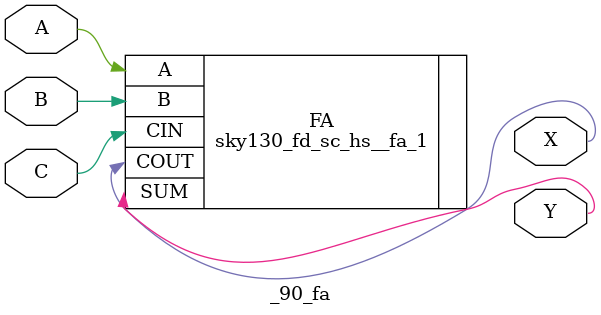
<source format=v>
`define FA_CELL         sky130_fd_sc_hs__fa_1 

(* techmap_celltype = "$fa" *)
module _90_fa (A, B, C, X, Y);
	parameter WIDTH = 1;

	(* force_downto *)
	input [WIDTH-1:0] A, B, C;
	(* force_downto *)
	output [WIDTH-1:0] X, Y;

	(* force_downto *)
	wire [WIDTH-1:0] t1, t2, t3;

    wire _TECHMAP_FAIL_ = WIDTH > 1;

    `FA_CELL FA ( .COUT(X), .CIN(C), .A(A), .B(B), .SUM(Y) );

endmodule

</source>
